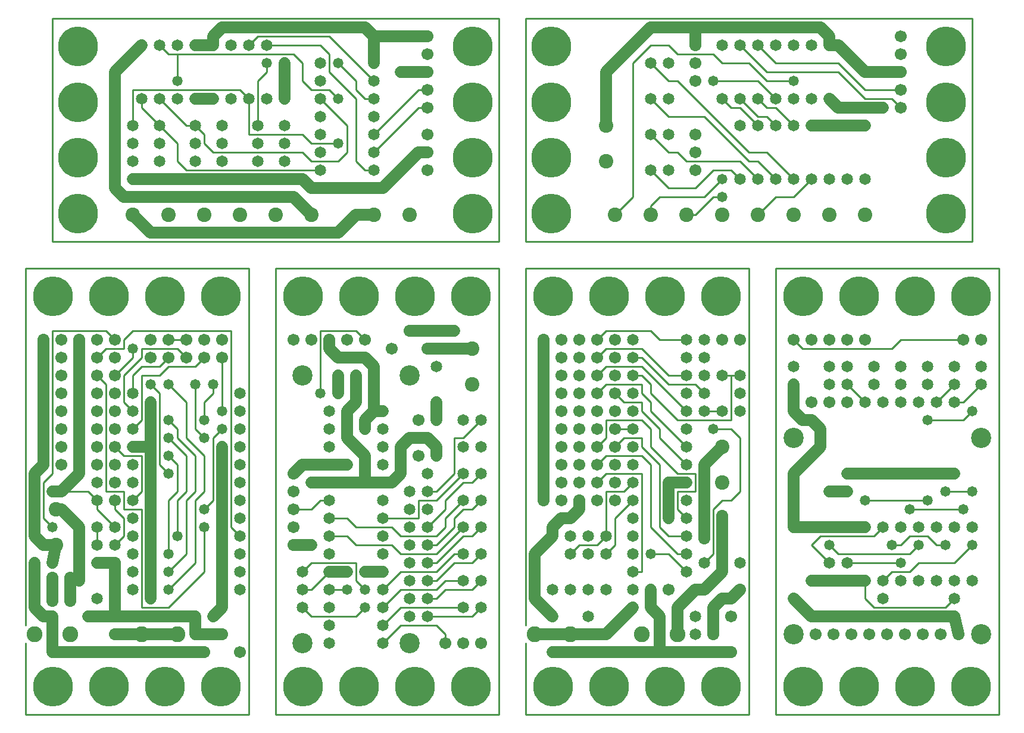
<source format=gbl>
%MOIN*%
%FSLAX25Y25*%
G04 D10 used for Character Trace; *
G04     Circle (OD=.01000) (No hole)*
G04 D11 used for Power Trace; *
G04     Circle (OD=.06700) (No hole)*
G04 D12 used for Signal Trace; *
G04     Circle (OD=.01100) (No hole)*
G04 D13 used for Via; *
G04     Circle (OD=.05800) (Round. Hole ID=.02800)*
G04 D14 used for Component hole; *
G04     Circle (OD=.06500) (Round. Hole ID=.03500)*
G04 D15 used for Component hole; *
G04     Circle (OD=.06700) (Round. Hole ID=.04300)*
G04 D16 used for Component hole; *
G04     Circle (OD=.08100) (Round. Hole ID=.05100)*
G04 D17 used for Component hole; *
G04     Circle (OD=.08900) (Round. Hole ID=.05900)*
G04 D18 used for Component hole; *
G04     Circle (OD=.11300) (Round. Hole ID=.08300)*
G04 D19 used for Component hole; *
G04     Circle (OD=.16000) (Round. Hole ID=.13000)*
G04 D20 used for Component hole; *
G04     Circle (OD=.18300) (Round. Hole ID=.15300)*
G04 D21 used for Component hole; *
G04     Circle (OD=.22291) (Round. Hole ID=.19291)*
%ADD10C,.01000*%
%ADD11C,.06700*%
%ADD12C,.01100*%
%ADD13C,.05800*%
%ADD14C,.06500*%
%ADD15C,.06700*%
%ADD16C,.08100*%
%ADD17C,.08900*%
%ADD18C,.11300*%
%ADD19C,.16000*%
%ADD20C,.18300*%
%ADD21C,.22291*%
%IPPOS*%
%LPD*%
G90*X0Y0D02*D12*X40000D02*Y40000D01*Y0D02*        
X165000D01*Y250000D01*X40000D01*Y50000D01*D17*    
X45000Y45000D03*D11*X50000Y55000D02*              
X45000Y60000D01*X50000Y55000D02*X55000D01*        
Y35000D01*X75000D01*D14*D03*D11*X140000D01*D15*   
D03*X150000Y45000D03*D11*X135000D01*Y55000D01*    
X115000D01*D13*D03*D11*X90000D01*X75000D01*D14*   
D03*D15*X65000Y63700D03*D11*Y76700D01*D15*D03*D11*
X70000Y75000D01*Y105000D01*X60000Y115000D01*      
X57000D01*D16*D03*D12*X55000Y105000D02*           
X50000Y110000D01*D13*X55000Y105000D03*D12*        
X50000Y110000D02*Y130000D01*X55000Y135000D01*     
Y215000D01*X85000D01*X90000Y210000D01*D15*D03*D12*
X85000Y205000D02*X95000D01*X80000Y200000D02*      
X85000Y205000D01*D15*X80000Y200000D03*            
X90000Y190000D03*D12*X100000Y200000D01*Y205000D01*
D13*D03*D12*X95000Y190000D02*X105000Y200000D01*   
X95000Y175000D02*Y190000D01*X100000Y170000D02*    
X95000Y175000D01*D14*X100000Y170000D03*D12*       
Y160000D02*X105000Y165000D01*D14*                 
X100000Y160000D03*D12*X105000Y165000D02*          
Y190000D01*X115000D01*X120000Y195000D01*          
X135000D01*X140000Y200000D01*D15*D03*             
X150000Y210000D03*X130000D03*D12*X120000D01*D15*  
D03*D12*X130000Y200000D02*X125000Y205000D01*D15*  
X130000Y200000D03*D12*X105000Y205000D02*          
X125000D01*X105000Y200000D02*Y205000D01*D15*      
X110000Y200000D03*D12*X100000Y190000D02*          
X105000Y195000D01*X100000Y180000D02*Y190000D01*   
D14*Y180000D03*D15*X90000Y170000D03*D13*          
X110000Y175000D03*D11*Y150000D01*Y65000D01*D13*   
D03*D12*X105000Y60000D02*X120000D01*              
X140000Y80000D01*Y105000D01*D13*D03*Y115000D03*   
D12*X145000Y120000D01*Y155000D01*                 
X150000Y160000D01*D13*D03*D14*X160000Y150000D03*  
Y170000D03*D13*X140000Y165000D03*D12*Y175000D01*  
X145000Y180000D01*Y185000D01*D13*D03*X135000D03*  
D12*Y160000D01*X140000Y155000D01*D13*D03*D12*     
X130000Y125000D02*Y145000D01*X125000Y120000D02*   
X130000Y125000D01*X125000Y100000D02*Y120000D01*   
D13*Y100000D03*X120000Y90000D03*D12*Y120000D01*   
X125000Y125000D01*Y140000D01*X120000Y145000D01*   
D13*D03*D12*Y135000D02*X115000Y140000D01*D13*     
X120000Y135000D03*D12*X115000Y140000D02*          
Y180000D01*X110000Y185000D01*D13*D03*D12*         
X105000Y195000D02*X115000D01*X95000Y205000D02*    
Y210000D01*X100000Y215000D01*X155000D01*          
Y105000D01*X160000Y100000D01*D14*D03*Y110000D03*  
Y90000D03*Y120000D03*Y80000D03*D12*               
X130000Y120000D02*X135000Y125000D01*              
X130000Y90000D02*Y120000D01*X120000Y80000D02*     
X130000Y90000D01*D13*X120000Y80000D03*Y70000D03*  
D12*X135000Y85000D01*Y120000D01*X140000Y125000D01*
Y145000D01*X130000Y155000D01*Y175000D01*          
X120000Y185000D01*D13*D03*D12*X115000Y195000D02*  
X120000Y200000D01*D15*D03*X110000Y210000D03*      
X140000D03*D13*X150000Y170000D03*D12*Y200000D01*  
D15*D03*D14*X160000Y180000D03*D13*                
X120000Y165000D03*D12*X125000Y160000D01*          
Y155000D01*X135000Y145000D01*Y125000D01*          
X130000Y145000D02*X120000Y155000D01*D13*D03*D11*  
X100000Y150000D02*X110000D01*D14*X100000D03*D12*  
X105000Y125000D02*Y145000D01*X100000Y120000D02*   
X105000Y125000D01*D14*X100000Y120000D03*D12*      
X105000Y60000D02*Y115000D01*D14*X100000Y70000D03* 
D15*X90000Y45000D03*D11*X105000D01*D17*D03*D11*   
X125000D01*D17*D03*D13*X145000Y55000D03*D11*      
X150000Y60000D01*Y150000D01*D13*D03*D14*          
X160000Y140000D03*Y160000D03*Y130000D03*D12*      
X95000Y145000D02*X105000D01*X95000D02*            
X90000Y150000D01*D15*D03*D14*X100000Y140000D03*   
D15*X80000Y160000D03*Y140000D03*X90000Y160000D03* 
X80000Y150000D03*X90000Y140000D03*                
X70000Y170000D03*D11*Y160000D01*D15*D03*D11*      
Y150000D01*D15*D03*D11*Y140000D01*D15*D03*D11*    
Y135000D01*X60000Y125000D01*X55000D01*D13*D03*D12*
X60000D02*X75000D01*X80000Y120000D01*D14*D03*D12* 
Y115000D01*X90000Y105000D01*D14*D03*D12*Y95000D02*
X95000Y100000D01*D14*X90000Y95000D03*D12*         
X95000Y100000D02*Y110000D01*X90000Y115000D01*     
Y120000D01*D15*D03*D12*X95000Y115000D02*          
X105000D01*D14*X100000Y110000D03*D12*             
X95000Y115000D02*Y125000D01*X85000D01*D14*        
X100000Y130000D03*D15*X90000D03*D12*              
X85000Y125000D02*Y185000D01*X80000Y190000D01*D15* 
D03*X90000Y180000D03*Y200000D03*X70000D03*D11*    
Y190000D01*D15*D03*D11*Y180000D01*D15*D03*D11*    
Y170000D01*D15*X80000Y180000D03*X60000D03*        
Y160000D03*X80000Y170000D03*X60000D03*            
X50000Y190000D03*D11*Y180000D01*D15*D03*D11*      
Y170000D01*D15*D03*D11*Y160000D01*D15*D03*D11*    
Y150000D01*D15*D03*D11*Y140000D01*D15*D03*D11*    
X45000Y135000D01*Y100000D01*X50000Y95000D01*      
X57000D01*D16*D03*D11*X55000Y85000D01*D13*D03*    
X45000D03*D11*Y60000D01*D15*X55000Y63700D03*D11*  
Y76700D01*D15*D03*D14*X80000Y65000D03*Y85000D03*  
D11*X90000D01*D15*D03*D11*Y55000D01*D14*          
X100000Y80000D03*D17*X65000Y45000D03*D14*         
X100000Y90000D03*D21*X55625Y15625D03*X86875D03*   
D14*X80000Y95000D03*D12*Y105000D01*D14*D03*       
X100000Y100000D03*X80000Y130000D03*D15*           
X60000Y140000D03*Y150000D03*X160000Y35000D03*D14* 
Y70000D03*D15*X60000Y190000D03*D11*X50000D02*     
Y200000D01*D15*D03*D11*Y210000D01*D15*D03*        
X60000Y200000D03*Y210000D03*D11*X70000Y200000D02* 
Y210000D01*D15*D03*X80000D03*D21*X86875Y234375D03*
X55625D03*X118125D03*X149375D03*X118125Y15625D03* 
X149375D03*G90*X0Y0D02*D12*X180000D02*X305000D01* 
Y250000D01*X180000D01*Y0D01*D21*X195625Y15625D03* 
D14*X210000Y40000D03*D18*X195000D03*D21*          
X226875Y15625D03*D14*X210000Y50000D03*D12*        
X200000Y55000D02*X225000D01*X200000D02*           
X195000Y60000D01*D14*D03*D12*Y70000D02*X200000D01*
D14*X195000D03*D12*X200000D02*X210000Y80000D01*   
D14*D03*D11*X220000D01*D13*D03*D12*               
X230000Y70000D02*X225000Y75000D01*D13*            
X230000Y70000D03*D12*X225000Y75000D02*Y85000D01*  
X200000D01*X195000Y80000D01*D14*D03*              
X210000Y70000D03*D12*X220000D01*D13*D03*          
X230000Y60000D03*D12*X225000Y55000D01*D14*        
X240000Y40000D03*D12*X250000Y50000D01*X270000D01* 
X275000Y45000D01*Y40000D01*D15*D03*X285000D03*D12*
X265000Y55000D02*X290000D01*D14*X265000D03*       
X255000Y65000D03*D12*X265000D02*X270000D01*D14*   
X265000D03*D12*X250000Y70000D02*X270000D01*       
X240000Y60000D02*X250000Y70000D01*D14*            
X240000Y60000D03*D12*Y50000D02*X250000Y60000D01*  
D14*X240000Y50000D03*D12*X250000Y60000D02*        
X285000D01*D14*D03*D12*X290000Y55000D02*          
X295000Y60000D01*D14*D03*D12*X275000Y70000D02*    
X290000D01*X270000Y65000D02*X275000Y70000D01*     
X270000D02*X275000Y75000D01*X285000D01*D14*D03*   
D12*X290000Y70000D02*X295000Y75000D01*D14*D03*D12*
X280000Y85000D02*X290000D01*X270000Y75000D02*     
X280000Y85000D01*X265000Y75000D02*X270000D01*D14* 
X265000D03*D12*X250000Y80000D02*X270000D01*       
X240000Y70000D02*X250000Y80000D01*D14*            
X240000Y70000D03*D13*X230000Y80000D03*D11*        
X240000D01*D14*D03*D12*X250000Y90000D02*          
X270000D01*X285000Y105000D01*D14*D03*D12*         
Y100000D02*X290000D01*X270000Y85000D02*           
X285000Y100000D01*X265000Y85000D02*X270000D01*D14*
X265000D03*D12*X270000Y80000D02*X280000Y90000D01* 
X285000D01*D14*D03*D12*X290000Y85000D02*          
X295000Y90000D01*D14*D03*D12*X290000Y100000D02*   
X295000Y105000D01*D14*D03*D12*X280000Y110000D02*  
X285000Y115000D01*X280000Y105000D02*Y110000D01*   
X270000Y95000D02*X280000Y105000D01*               
X265000Y95000D02*X270000D01*D14*X265000D03*D12*   
X250000Y100000D02*X270000D01*X250000D02*          
X245000Y105000D01*X225000D01*X220000Y110000D01*   
X210000D01*D14*D03*D12*X225000Y95000D02*          
X220000Y100000D01*X225000Y95000D02*X245000D01*    
X250000Y90000D01*D14*X255000Y85000D03*Y95000D03*  
X240000Y100000D03*Y90000D03*X265000Y105000D03*D12*
X275000Y115000D01*Y120000D01*X285000Y130000D01*   
X290000D01*X295000Y135000D01*D14*D03*X285000D03*  
D12*X270000Y120000D01*X260000D01*Y110000D01*      
X240000D01*D14*D03*Y120000D03*X255000Y125000D03*  
Y105000D03*Y115000D03*D11*X230000Y130000D02*      
X245000D01*X200000D02*X230000D01*D13*X200000D03*  
D14*X210000Y120000D03*D12*X205000D01*             
X200000Y115000D01*X190000D01*D15*D03*Y125000D03*  
Y105000D03*D14*X210000Y100000D03*D12*X220000D01*  
D14*X210000Y90000D03*D13*X200000Y95000D03*D11*    
X190000D01*D15*D03*D14*X210000Y60000D03*D15*      
X190000Y135000D03*D11*X195000Y140000D01*          
X210000D01*D14*D03*D11*X220000D01*D13*D03*D11*    
X230000Y130000D02*Y145000D01*X220000Y155000D01*   
Y170000D01*X225000Y175000D01*Y190000D01*D13*D03*  
D11*X215000Y200000D02*X230000D01*                 
X235000Y195000D01*Y190000D01*D14*D03*D11*         
Y170000D01*X230000Y165000D01*Y160000D01*D13*D03*  
D14*X240000Y150000D03*Y170000D03*D11*X235000D01*  
D14*X240000Y160000D03*D18*X255000Y190000D03*D14*  
X215000D03*D11*Y180000D01*D13*D03*D14*            
X210000Y170000D03*D13*X205000Y180000D03*D12*      
Y215000D01*X225000D01*X230000Y210000D01*D15*D03*  
X220000D03*X245000Y205000D03*D11*                 
X215000Y200000D02*X210000Y205000D01*Y210000D01*   
D15*D03*X200000D03*D18*X195000Y190000D03*D15*     
X190000Y210000D03*D21*X226875Y234375D03*          
X195625D03*D15*X255000Y215000D03*D11*X280000D01*  
D13*D03*D16*X290000Y205000D03*D11*X265000D01*D15* 
D03*D14*X270000Y195000D03*D16*X290000Y185000D03*  
D21*X289375Y234375D03*X258125D03*D14*             
X270000Y175000D03*D11*Y165000D01*D14*D03*D12*     
X280000Y135000D02*Y155000D01*X270000Y125000D02*   
X280000Y135000D01*X265000Y125000D02*X270000D01*   
D14*X265000D03*Y135000D03*Y115000D03*D11*         
X245000Y130000D02*X250000Y135000D01*Y150000D01*   
X255000Y155000D01*X260000D01*D15*D03*D11*         
X265000D01*X270000Y150000D01*Y145000D01*D14*D03*  
D12*X280000Y155000D02*X285000D01*                 
X295000Y165000D01*D14*D03*X285000D03*Y150000D03*  
X295000D03*D15*X260000Y165000D03*Y145000D03*D14*  
X285000Y120000D03*D12*X275000Y110000D01*          
Y105000D01*X270000Y100000D01*X285000Y115000D02*   
X290000D01*X295000Y120000D01*D14*D03*             
X255000Y75000D03*X240000Y140000D03*               
X255000Y55000D03*D18*Y40000D03*D15*X295000D03*D14*
X210000Y160000D03*Y150000D03*D21*X258125Y15625D03*
X289375D03*G90*X0Y0D02*D12*X320000D02*X445000D01* 
Y250000D01*X320000D01*Y50000D01*D17*              
X325000Y45000D03*D11*X345000D01*D17*D03*D11*      
X365000D01*X380000Y60000D01*D13*D03*D14*          
X390000Y70000D03*D11*Y60000D01*X395000Y55000D01*  
Y35000D01*X355000D01*D14*D03*D11*X335000D01*D13*  
D03*D12*X320000Y0D02*Y40000D01*D21*               
X335625Y15625D03*X366875D03*D14*X355000Y55000D03* 
D13*X335000D03*D11*X325000Y65000D01*Y90000D01*    
X335000Y100000D01*D14*D03*D11*Y105000D01*         
X340000Y110000D01*X345000D01*X350000Y115000D01*   
Y120000D01*D15*D03*X360000Y130000D03*D12*         
X365000Y135000D01*X385000D01*Y80000D01*X380000D01*
D14*D03*D13*X390000Y90000D03*D12*X400000D01*      
X410000Y80000D01*D14*D03*D11*X415000Y70000D02*    
X420000D01*X405000Y60000D02*X415000Y70000D01*     
X405000Y45000D02*Y60000D01*D17*Y45000D03*D14*     
X415000Y55000D03*D11*X395000Y35000D02*X435000D01* 
D15*D03*X425000Y45000D03*D11*Y60000D01*           
X430000Y65000D01*X435000D01*X440000Y70000D01*D15* 
D03*D11*X420000D02*X430000Y80000D01*Y98500D01*D15*
D03*D11*Y111500D01*D15*D03*D12*X425000Y90000D02*  
Y115000D01*X420000Y85000D02*X425000Y90000D01*D14* 
X420000Y85000D03*X410000Y90000D03*D12*X405000D01* 
X390000Y105000D01*Y140000D01*X385000Y145000D01*   
X365000D01*X360000Y140000D01*D15*D03*             
X370000Y130000D03*Y150000D03*D12*                 
X375000Y155000D01*X385000D01*Y150000D01*          
X395000Y140000D01*Y105000D01*X400000Y100000D01*   
X410000D01*D14*D03*D15*X420000Y111500D03*D11*     
Y98550D01*D15*D03*D14*X410000Y110000D03*D12*      
X405000Y115000D01*Y125000D01*X415000D01*          
Y135000D01*X405000D01*X390000Y150000D01*          
Y160000D01*X385000Y165000D01*X365000D01*          
Y155000D01*X360000Y150000D01*D15*D03*             
X370000Y140000D03*Y160000D03*D12*X380000D01*D14*  
D03*D12*X410000Y150000D02*X390000Y170000D01*D14*  
X410000Y150000D03*D11*X420000Y111500D02*          
Y140000D01*D12*X425000Y115000D02*                 
X430000Y120000D01*X435000D01*X440000Y125000D01*   
Y155000D01*X435000Y160000D01*X425000D01*D13*D03*  
D14*X430000Y170000D03*D12*X420000D01*D14*D03*     
X410000Y180000D03*Y160000D03*X420000Y180000D03*   
D12*X415000Y185000D01*X400000D01*                 
X385000Y200000D01*X380000D01*D14*D03*D12*         
X410000Y170000D02*X385000Y195000D01*D14*          
X410000Y170000D03*D12*X405000Y165000D02*          
X435000D01*Y190000D01*X430000D01*D14*D03*D12*     
X435000D02*X440000D01*D14*D03*Y180000D03*         
X420000Y210000D03*Y200000D03*D15*                 
X440000Y210000D03*D14*X420000Y190000D03*          
X440000Y170000D03*D15*X430000Y210000D03*D14*      
X410000D03*D12*X395000D01*X390000Y215000D01*      
X365000D01*X360000Y210000D01*D15*D03*D12*         
Y200000D02*X365000Y205000D01*D15*                 
X360000Y200000D03*D12*Y190000D02*                 
X365000Y195000D01*D15*X360000Y190000D03*D12*      
Y180000D02*X365000Y185000D01*D15*                 
X360000Y180000D03*D12*X365000Y185000D02*          
X385000D01*Y180000D01*X390000Y175000D01*          
Y170000D01*X385000D02*Y175000D01*                 
X395000Y160000D02*X385000Y170000D01*              
X395000Y155000D02*Y160000D01*X410000Y140000D02*   
X395000Y155000D01*D14*X410000Y140000D03*D11*      
X400000Y110000D02*Y130000D01*D13*Y110000D03*D14*  
X410000Y120000D03*X380000Y130000D03*D12*          
X375000Y125000D01*X365000D01*Y100000D01*D14*D03*  
D12*X360000Y95000D01*X350000D01*X345000Y90000D01* 
D14*D03*X355000Y100000D03*Y90000D03*              
X345000Y100000D03*X365000Y70000D03*X335000D03*    
X365000Y90000D03*D12*X370000Y95000D01*Y110000D01* 
X380000Y120000D01*D14*D03*D15*X370000D03*D14*     
X380000Y110000D03*Y140000D03*D15*                 
X360000Y120000D03*D14*X380000Y100000D03*D11*      
X400000Y130000D02*X410000D01*D14*D03*D11*         
X420000Y140000D02*X430000Y150000D01*D16*D03*      
Y130000D03*D12*X405000Y165000D02*                 
X390000Y180000D01*Y185000D01*X385000Y190000D01*   
X380000D01*D14*D03*D12*X365000Y195000D02*         
X385000D01*D15*X370000Y190000D03*Y200000D03*D12*  
X365000Y205000D02*X385000D01*X400000Y190000D01*   
X410000D01*D14*D03*Y200000D03*D12*                
X375000Y175000D02*X385000D01*X375000D02*          
X370000Y180000D01*D15*D03*D14*X380000Y170000D03*  
D15*X360000D03*D14*X380000Y180000D03*D15*         
X370000Y170000D03*X350000Y200000D03*Y160000D03*   
Y190000D03*X360000Y160000D03*X350000Y180000D03*   
Y170000D03*X340000Y210000D03*Y150000D03*          
Y200000D03*X350000Y150000D03*D14*                 
X380000Y210000D03*D15*X340000Y190000D03*          
X370000Y210000D03*X340000Y180000D03*Y170000D03*   
D14*X380000Y150000D03*D15*X350000Y210000D03*      
X340000Y160000D03*X330000Y140000D03*D11*          
Y130000D01*D15*D03*D11*Y120000D01*D15*D03*        
X340000Y130000D03*Y120000D03*X350000Y140000D03*   
X340000D03*D11*X330000D02*Y150000D01*D15*D03*D11* 
Y160000D01*D15*D03*D11*Y170000D01*D15*D03*D11*    
Y180000D01*D15*D03*D11*Y190000D01*D15*D03*D11*    
Y200000D01*D15*D03*D11*Y210000D01*D15*D03*D21*    
X335625Y234375D03*X366875D03*X398125D03*D15*      
X350000Y130000D03*D21*X429375Y234375D03*D14*      
X380000Y90000D03*X440000Y85000D03*D10*            
X327511Y77129D02*Y82871D01*X324163Y77129D02*      
Y82871D01*X327511Y80000D02*X324163D01*D14*        
X345000Y70000D03*X355000D03*X380000D03*D15*       
X400000D03*X435000Y55000D03*D17*X385000Y45000D03* 
D14*X415000D03*D21*X398125Y15625D03*X429375D03*   
G90*X0Y0D02*D12*X460000D02*X585000D01*Y250000D01* 
X460000D01*Y0D01*D21*X475625Y15625D03*D15*        
X502500Y45000D03*X492500D03*X482500D03*D18*       
X470000D03*D21*X506875Y15625D03*D15*              
X512500Y45000D03*D11*X480000Y55000D02*X560000D01* 
X562500Y45000D01*D15*D03*X552500D03*D18*          
X575000D03*D12*X515000Y60000D02*X555000D01*       
X515000D02*X510000Y65000D01*Y75000D01*D14*D03*D11*
X480000D01*D13*D03*D14*X490000Y85000D03*D12*      
X480000Y95000D01*X485000Y100000D01*X515000D01*    
X520000Y105000D01*D14*D03*D12*X525000Y95000D02*   
X530000D01*D13*X525000D03*D12*X530000D02*         
X535000Y100000D01*X545000D01*X550000Y95000D01*    
X555000D01*D13*D03*D14*X560000Y105000D03*         
X550000D03*D12*X540000Y85000D02*X560000D01*       
X535000Y80000D02*X540000Y85000D01*                
X525000Y80000D02*X535000D01*X520000Y75000D02*     
X525000Y80000D01*D14*X520000Y75000D03*D13*        
X530000Y85000D03*D12*X500000D01*D14*D03*D12*      
X495000Y90000D02*X535000D01*X540000Y95000D01*D13* 
D03*D14*X530000Y105000D03*X540000D03*             
X560000Y75000D03*D12*Y85000D02*X570000Y95000D01*  
D13*D03*D14*Y105000D03*X550000Y75000D03*          
X570000D03*D13*X565000Y115000D03*D12*X535000D01*  
D13*D03*X545000Y120000D03*D12*X510000D01*D13*D03* 
D14*X500000Y125000D03*D11*X490000D01*D14*D03*D13* 
X500000Y135000D03*D11*X510000D01*D14*D03*D11*     
X520000D01*D14*D03*D11*X530000D01*D14*D03*D11*    
X540000D01*D14*D03*D11*X550000D01*D14*D03*D11*    
X560000D01*D14*D03*D13*X570000Y125000D03*D12*     
X555000D01*D13*D03*D18*X575000Y155000D03*D12*     
X545000Y165000D02*X565000D01*D13*X545000D03*D14*  
X550000Y175000D03*D12*X560000Y185000D01*D14*D03*  
Y195000D03*Y175000D03*D12*X565000D01*             
X575000Y185000D01*D14*D03*Y195000D03*D13*         
X570000Y170000D03*D12*X565000Y165000D01*D14*      
X545000Y185000D03*X540000Y175000D03*              
X545000Y195000D03*X530000D03*Y185000D03*          
Y175000D03*D12*X475000Y205000D02*X525000D01*      
X475000D02*X470000Y210000D01*D15*D03*X480000D03*  
D14*X470000Y195000D03*X490000D03*D15*Y210000D03*  
D21*X475625Y234375D03*D14*X470000Y185000D03*D11*  
Y170000D01*X475000Y165000D01*X480000D01*          
X485000Y160000D01*Y150000D01*X470000Y135000D01*   
Y105000D01*D13*D03*D11*X510000D01*D14*D03*D12*    
X495000Y90000D02*X490000Y95000D01*D13*D03*D14*    
X520000Y65000D03*D13*X470000D03*D11*              
X480000Y55000D01*D15*X522500Y45000D03*X532500D03* 
D14*X530000Y75000D03*D21*X538125Y15625D03*D15*    
X542500Y45000D03*D14*X540000Y75000D03*D12*        
X555000Y60000D02*X560000Y65000D01*D14*D03*D21*    
X569375Y15625D03*D18*X470000Y155000D03*D14*       
X520000Y175000D03*X510000D03*D12*                 
X500000Y185000D01*D14*D03*D15*X490000Y175000D03*  
D14*X500000Y195000D03*X490000Y185000D03*D15*      
X500000Y175000D03*D14*X515000Y185000D03*          
Y195000D03*D15*X480000Y175000D03*                 
X510000Y210000D03*X500000D03*D12*                 
X525000Y205000D02*X530000Y210000D01*X565000D01*   
D15*D03*X575000D03*D21*X538125Y234375D03*         
X569375D03*X506875D03*G90*X0Y0D02*D12*            
X55000Y390000D02*Y265000D01*Y390000D02*X305000D01*
Y265000D01*X55000D01*D21*X69375Y280625D03*D11*    
X90000Y360000D02*Y295000D01*Y360000D02*           
X105000Y375000D01*D14*D03*X115000D03*D12*         
X120000Y370000D01*X125000D01*Y355000D01*D13*D03*  
D14*X135000Y345000D03*D11*X145000D01*D14*D03*     
X155000D03*D12*X115000D02*X130000Y330000D01*D14*  
X115000Y345000D03*X125000D03*X105000D03*D12*      
Y340000D01*X115000Y330000D01*D14*D03*D12*         
X125000Y320000D01*Y310000D01*X130000Y305000D01*   
X205000D01*D14*D03*D12*X195000Y315000D02*         
X200000Y310000D01*X145000Y315000D02*X195000D01*   
X140000Y320000D02*X145000Y315000D01*              
X140000Y325000D02*Y320000D01*X135000Y330000D02*   
X140000Y325000D01*D14*X135000Y330000D03*D12*      
X130000D01*D14*X135000Y320000D03*X115000D03*      
X150000Y310000D03*X115000D03*X150000Y320000D03*   
Y330000D03*X135000Y310000D03*X100000Y300000D03*   
D11*X115000D01*D14*D03*D11*X135000D01*D14*D03*D11*
X150000D01*D14*D03*D11*X170000D01*D14*D03*D11*    
X185000D01*D14*D03*D11*X195000D01*                
X200000Y295000D01*X240000D01*X260000Y315000D01*   
X265000D01*D15*D03*Y325000D03*Y305000D03*D21*     
X290625Y311875D03*D15*X265000Y340000D03*D12*      
X260000D01*X235000Y315000D01*D14*D03*D12*         
X225000Y310000D02*X230000Y305000D01*              
X225000Y345000D02*Y310000D01*X210000Y360000D02*   
X225000Y345000D01*X210000Y370000D02*Y360000D01*   
X205000Y375000D02*X210000Y370000D01*              
X175000Y375000D02*X205000D01*D14*X175000D03*D12*  
X165000D02*X170000Y380000D01*D14*                 
X165000Y375000D03*D12*X170000Y380000D02*          
X210000D01*X235000Y355000D01*D14*D03*D12*         
X225000Y350000D02*X230000Y345000D01*              
X225000Y355000D02*Y350000D01*X215000Y365000D02*   
X225000Y355000D01*D13*X215000Y365000D03*D14*      
X205000Y355000D03*Y365000D03*D12*                 
X195000Y355000D02*X200000Y350000D01*              
X195000Y365000D02*Y355000D01*X190000Y370000D02*   
X195000Y365000D01*X125000Y370000D02*X190000D01*   
D14*X125000Y375000D03*X135000D03*D11*X145000D01*  
D14*D03*D11*Y380000D01*X150000Y385000D01*         
X230000D01*X235000Y380000D01*Y365000D01*D14*D03*  
X250000Y380000D03*D11*X235000D01*X250000D02*      
X265000D01*D15*D03*Y370000D03*D14*                
X250000Y360000D03*D11*X265000D01*D15*D03*D12*     
X235000Y325000D02*X260000Y350000D01*D14*          
X235000Y325000D03*Y335000D03*D12*                 
X205000Y345000D02*X220000Y330000D01*D14*          
X205000Y345000D03*D12*X200000Y350000D02*          
X210000D01*X215000Y345000D01*D13*D03*D14*         
X205000Y335000D03*D12*X230000Y345000D02*          
X235000D01*D14*D03*D12*X220000Y330000D02*         
Y315000D01*X215000Y310000D01*X200000D01*D14*      
X205000Y315000D03*D12*X195000Y325000D02*          
X200000Y320000D01*X165000Y325000D02*X195000D01*   
X165000Y345000D02*Y325000D01*D14*Y345000D03*D12*  
X160000Y350000D01*X100000D01*Y330000D01*D14*D03*  
Y320000D03*Y310000D03*D21*X69375Y343125D03*       
Y311875D03*D11*X90000Y295000D02*X95000Y290000D01* 
X190000D01*X200000Y280000D01*D16*D03*D11*         
X110000Y270000D02*X215000D01*X100000Y280000D02*   
X110000Y270000D01*D16*X100000Y280000D03*          
X120000D03*X140000D03*X160000D03*D14*             
X170000Y310000D03*Y320000D03*Y330000D03*D12*      
Y355000D01*X175000Y360000D01*Y365000D01*D13*D03*  
X185000D03*D11*Y345000D01*D13*D03*D14*X175000D03* 
X185000Y330000D03*X205000Y325000D03*              
X185000Y320000D03*D12*X200000D02*X215000D01*D13*  
D03*D12*X230000Y305000D02*X235000D01*D14*D03*D13* 
X225000Y280000D03*D11*X215000Y270000D01*          
X225000Y280000D02*X235000D01*D16*D03*X255000D03*  
D14*X185000Y310000D03*D21*X290625Y280625D03*D16*  
X180000Y280000D03*D21*X290625Y343125D03*D15*      
X265000Y350000D03*D12*X260000D01*D21*             
X290625Y374375D03*D14*X155000Y375000D03*D21*      
X69375Y374375D03*G90*X0Y0D02*D12*                 
X320000Y390000D02*Y265000D01*Y390000D02*          
X570000D01*Y265000D01*X320000D01*D21*             
X334375Y280625D03*D16*X365000Y310000D03*D21*      
X334375Y311875D03*D16*X370000Y280000D03*D12*      
X380000Y290000D01*Y365000D01*X390000Y375000D01*   
X400000D01*X405000Y370000D01*X425000D01*          
X430000Y365000D01*X445000D01*X455000Y355000D01*   
X470000D01*D13*D03*D14*X480000Y345000D03*D12*     
X450000Y375000D02*X460000Y365000D01*D14*          
X450000Y375000D03*D12*X460000Y365000D02*          
X495000D01*X510000Y350000D01*X530000D01*D15*D03*  
D12*X510000Y345000D02*X525000D01*                 
X495000Y360000D02*X510000Y345000D01*              
X455000Y360000D02*X495000D01*X440000Y375000D02*   
X455000Y360000D01*D14*X440000Y375000D03*          
X430000D03*D13*X425000Y355000D03*D12*X450000D01*  
X460000Y345000D01*D14*D03*D12*X450000D02*         
X455000Y340000D01*D14*X450000Y345000D03*D12*      
X455000Y340000D02*X460000D01*X470000Y330000D01*   
D14*D03*X480000D03*D11*X490000D01*D14*D03*D11*    
X500000D01*D14*D03*D11*X510000D01*D14*D03*D13*    
X520000Y340000D03*D11*X510000D01*D14*D03*D11*     
X495000D01*X490000Y345000D01*D14*D03*X470000D03*  
X510000Y360000D03*D11*X495000Y375000D01*          
X490000D01*D14*D03*D11*Y380000D01*                
X485000Y385000D01*X415000D01*X390000D01*          
X365000Y360000D01*Y330000D01*D16*D03*D14*         
X390000Y305000D03*D12*X400000Y295000D01*          
X415000D01*X425000Y305000D01*X435000D01*          
X440000Y300000D01*D14*D03*D12*X445000Y310000D02*  
X450000D01*X420000Y335000D02*X445000Y310000D01*   
X400000Y335000D02*X420000D01*X390000Y345000D02*   
X400000Y335000D01*D14*X390000Y345000D03*D12*      
Y365000D02*X400000Y355000D01*D14*                 
X390000Y365000D03*D12*X400000Y355000D02*          
X405000D01*X445000Y315000D01*X455000D01*          
X470000Y300000D01*D14*D03*D12*X450000Y280000D02*  
X460000Y290000D01*D16*X450000Y280000D03*D12*      
X460000Y290000D02*X470000D01*X480000Y300000D01*   
D14*D03*X490000D03*D16*X470000Y280000D03*D14*     
X500000Y300000D03*X460000D03*D12*                 
X450000Y310000D01*X410000D02*X440000D01*          
X405000Y315000D02*X410000Y310000D01*              
X400000Y315000D02*X405000D01*X390000Y325000D02*   
X400000Y315000D01*D14*X390000Y325000D03*          
X400000D03*Y345000D03*Y305000D03*D15*X415000D03*  
Y315000D03*Y325000D03*Y355000D03*D12*Y280000D02*  
X425000Y290000D01*X410000Y280000D02*X415000D01*   
D16*X410000D03*D12*X395000Y290000D02*X420000D01*  
X390000Y285000D02*X395000Y290000D01*              
X390000Y285000D02*Y280000D01*D16*D03*D12*         
X420000Y290000D02*X430000Y300000D01*D13*D03*D12*  
X440000Y310000D02*X450000Y300000D01*D14*D03*D16*  
X430000Y280000D03*D13*Y290000D03*D12*X425000D01*  
D14*X460000Y330000D03*D12*X455000Y335000D01*      
X450000D01*X440000Y345000D01*D14*D03*D12*         
X430000D02*X435000Y340000D01*D14*                 
X430000Y345000D03*D12*X435000Y340000D02*          
X440000D01*X450000Y330000D01*D14*D03*X440000D03*  
D15*X415000Y365000D03*D14*X480000Y375000D03*      
X470000D03*X460000D03*D15*X415000D03*D11*         
Y385000D01*D14*X400000Y365000D03*D21*             
X334375Y374375D03*Y343125D03*D14*                 
X510000Y300000D03*D11*Y360000D02*X530000D01*D15*  
D03*Y370000D03*D12*X525000Y345000D02*             
X530000Y340000D01*D15*D03*D21*X555625Y343125D03*  
Y311875D03*Y374375D03*D15*X530000Y380000D03*D16*  
X490000Y280000D03*X510000D03*D21*                 
X555625Y280625D03*M02*                            

</source>
